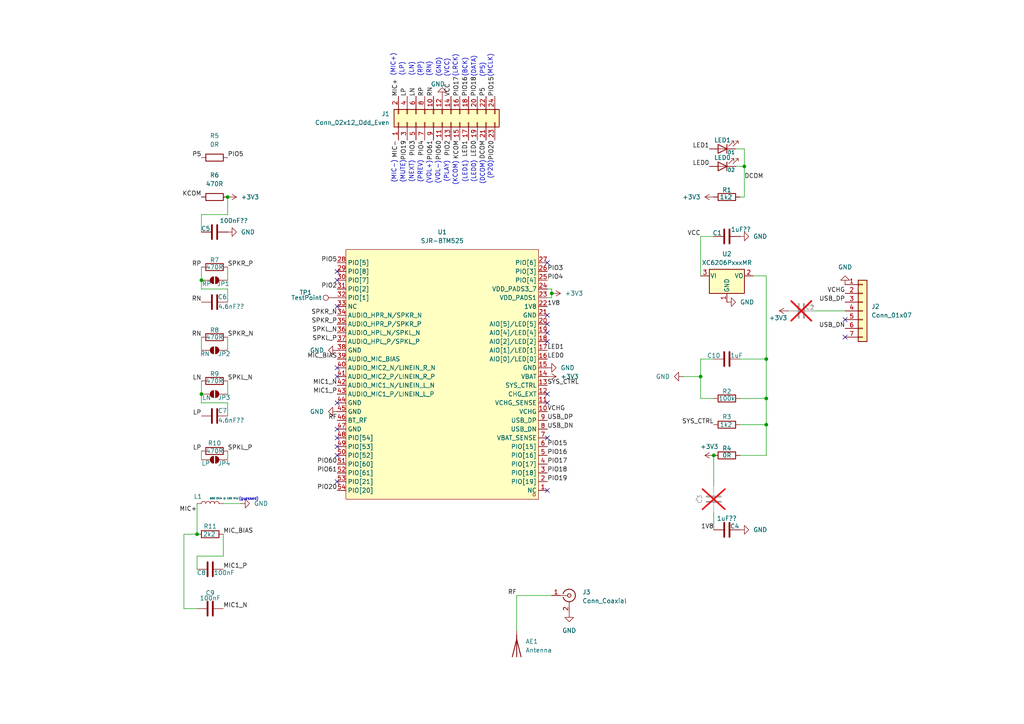
<source format=kicad_sch>
(kicad_sch (version 20250114) (generator "eeschema") (generator_version "9.0")
  (paper "A4")
  (lib_symbols
    (symbol "Connector:Conn_Coaxial" (pin_names (offset 1.016) (hide yes))
      (property "Reference" "J" (at 0.254 3.048 0))
      (property "Value" "Conn_Coaxial" (at 2.921 0 90))
      (symbol "Conn_Coaxial_0_1"
        (polyline (pts (xy -2.54 0) (xy -0.508 0)))
        (arc (start 1.778 0) (mid 0.222 -1.8079) (end -1.778 -0.508) (stroke (width 0.254)))
        (arc (start -1.778 0.508) (mid 0.2221 1.8084) (end 1.778 0) (stroke (width 0.254)))
        (circle (center 0 0) (radius 0.508) (stroke (width 0.2032)))
        (polyline (pts (xy 0 -2.54) (xy 0 -1.778)))
      )
      (symbol "Conn_Coaxial_1_1"
        (pin passive line (at -5.08 0 0) (length 2.54) (name "In") (number "1"))
        (pin passive line (at 0 -5.08 90) (length 2.54) (name "Ext") (number "2"))
      )
    )
    (symbol "Connector:TestPoint" (pin_numbers (hide yes)) (pin_names (offset 0.762) (hide yes))
      (property "Reference" "TP" (at 0 6.858 0))
      (property "Value" "TestPoint" (at 0 5.08 0))
      (symbol "TestPoint_0_1"
        (circle (center 0 3.302) (radius 0.762))
      )
      (symbol "TestPoint_1_1"
        (pin passive line (at 0 0 90) (length 2.54) (name "1") (number "1"))
      )
    )
    (symbol "Connector_Generic:Conn_01x07" (pin_names (offset 1.016) (hide yes))
      (property "Reference" "J" (at 0 10.16 0))
      (property "Value" "Conn_01x07" (at 0 -10.16 0))
      (symbol "Conn_01x07_1_1"
        (rectangle (start -1.27 8.89) (end 1.27 -8.89) (stroke (width 0.254)) (fill (type background)))
        (rectangle (start -1.27 7.747) (end 0 7.493) (stroke (width 0.1524)))
        (rectangle (start -1.27 5.207) (end 0 4.953) (stroke (width 0.1524)))
        (rectangle (start -1.27 2.667) (end 0 2.413) (stroke (width 0.1524)))
        (rectangle (start -1.27 0.127) (end 0 -0.127) (stroke (width 0.1524)))
        (rectangle (start -1.27 -2.413) (end 0 -2.667) (stroke (width 0.1524)))
        (rectangle (start -1.27 -4.953) (end 0 -5.207) (stroke (width 0.1524)))
        (rectangle (start -1.27 -7.493) (end 0 -7.747) (stroke (width 0.1524)))
        (pin passive line (at -5.08 7.62 0) (length 3.81) (name "Pin_1") (number "1"))
        (pin passive line (at -5.08 5.08 0) (length 3.81) (name "Pin_2") (number "2"))
        (pin passive line (at -5.08 2.54 0) (length 3.81) (name "Pin_3") (number "3"))
        (pin passive line (at -5.08 0 0) (length 3.81) (name "Pin_4") (number "4"))
        (pin passive line (at -5.08 -2.54 0) (length 3.81) (name "Pin_5") (number "5"))
        (pin passive line (at -5.08 -5.08 0) (length 3.81) (name "Pin_6") (number "6"))
        (pin passive line (at -5.08 -7.62 0) (length 3.81) (name "Pin_7") (number "7"))
      )
    )
    (symbol "Connector_Generic:Conn_02x12_Odd_Even" (pin_names (offset 1.016) (hide yes))
      (property "Reference" "J" (at 1.27 15.24 0))
      (property "Value" "Conn_02x12_Odd_Even" (at 1.27 -17.78 0))
      (symbol "Conn_02x12_Odd_Even_1_1"
        (rectangle (start -1.27 13.97) (end 3.81 -16.51) (stroke (width 0.254)) (fill (type background)))
        (rectangle (start -1.27 12.827) (end 0 12.573) (stroke (width 0.1524)))
        (rectangle (start -1.27 10.287) (end 0 10.033) (stroke (width 0.1524)))
        (rectangle (start -1.27 7.747) (end 0 7.493) (stroke (width 0.1524)))
        (rectangle (start -1.27 5.207) (end 0 4.953) (stroke (width 0.1524)))
        (rectangle (start -1.27 2.667) (end 0 2.413) (stroke (width 0.1524)))
        (rectangle (start -1.27 0.127) (end 0 -0.127) (stroke (width 0.1524)))
        (rectangle (start -1.27 -2.413) (end 0 -2.667) (stroke (width 0.1524)))
        (rectangle (start -1.27 -4.953) (end 0 -5.207) (stroke (width 0.1524)))
        (rectangle (start -1.27 -7.493) (end 0 -7.747) (stroke (width 0.1524)))
        (rectangle (start -1.27 -10.033) (end 0 -10.287) (stroke (width 0.1524)))
        (rectangle (start -1.27 -12.573) (end 0 -12.827) (stroke (width 0.1524)))
        (rectangle (start -1.27 -15.113) (end 0 -15.367) (stroke (width 0.1524)))
        (rectangle (start 3.81 12.827) (end 2.54 12.573) (stroke (width 0.1524)))
        (rectangle (start 3.81 10.287) (end 2.54 10.033) (stroke (width 0.1524)))
        (rectangle (start 3.81 7.747) (end 2.54 7.493) (stroke (width 0.1524)))
        (rectangle (start 3.81 5.207) (end 2.54 4.953) (stroke (width 0.1524)))
        (rectangle (start 3.81 2.667) (end 2.54 2.413) (stroke (width 0.1524)))
        (rectangle (start 3.81 0.127) (end 2.54 -0.127) (stroke (width 0.1524)))
        (rectangle (start 3.81 -2.413) (end 2.54 -2.667) (stroke (width 0.1524)))
        (rectangle (start 3.81 -4.953) (end 2.54 -5.207) (stroke (width 0.1524)))
        (rectangle (start 3.81 -7.493) (end 2.54 -7.747) (stroke (width 0.1524)))
        (rectangle (start 3.81 -10.033) (end 2.54 -10.287) (stroke (width 0.1524)))
        (rectangle (start 3.81 -12.573) (end 2.54 -12.827) (stroke (width 0.1524)))
        (rectangle (start 3.81 -15.113) (end 2.54 -15.367) (stroke (width 0.1524)))
        (pin passive line (at -5.08 12.7 0) (length 3.81) (name "Pin_1") (number "1"))
        (pin passive line (at -5.08 10.16 0) (length 3.81) (name "Pin_3") (number "3"))
        (pin passive line (at -5.08 7.62 0) (length 3.81) (name "Pin_5") (number "5"))
        (pin passive line (at -5.08 5.08 0) (length 3.81) (name "Pin_7") (number "7"))
        (pin passive line (at -5.08 2.54 0) (length 3.81) (name "Pin_9") (number "9"))
        (pin passive line (at -5.08 0 0) (length 3.81) (name "Pin_11") (number "11"))
        (pin passive line (at -5.08 -2.54 0) (length 3.81) (name "Pin_13") (number "13"))
        (pin passive line (at -5.08 -5.08 0) (length 3.81) (name "Pin_15") (number "15"))
        (pin passive line (at -5.08 -7.62 0) (length 3.81) (name "Pin_17") (number "17"))
        (pin passive line (at -5.08 -10.16 0) (length 3.81) (name "Pin_19") (number "19"))
        (pin passive line (at -5.08 -12.7 0) (length 3.81) (name "Pin_21") (number "21"))
        (pin passive line (at -5.08 -15.24 0) (length 3.81) (name "Pin_23") (number "23"))
        (pin passive line (at 7.62 12.7 180) (length 3.81) (name "Pin_2") (number "2"))
        (pin passive line (at 7.62 10.16 180) (length 3.81) (name "Pin_4") (number "4"))
        (pin passive line (at 7.62 7.62 180) (length 3.81) (name "Pin_6") (number "6"))
        (pin passive line (at 7.62 5.08 180) (length 3.81) (name "Pin_8") (number "8"))
        (pin passive line (at 7.62 2.54 180) (length 3.81) (name "Pin_10") (number "10"))
        (pin passive line (at 7.62 0 180) (length 3.81) (name "Pin_12") (number "12"))
        (pin passive line (at 7.62 -2.54 180) (length 3.81) (name "Pin_14") (number "14"))
        (pin passive line (at 7.62 -5.08 180) (length 3.81) (name "Pin_16") (number "16"))
        (pin passive line (at 7.62 -7.62 180) (length 3.81) (name "Pin_18") (number "18"))
        (pin passive line (at 7.62 -10.16 180) (length 3.81) (name "Pin_20") (number "20"))
        (pin passive line (at 7.62 -12.7 180) (length 3.81) (name "Pin_22") (number "22"))
        (pin passive line (at 7.62 -15.24 180) (length 3.81) (name "Pin_24") (number "24"))
      )
    )
    (symbol "Device:Antenna" (pin_numbers (hide yes)) (pin_names (offset 1.016) (hide yes))
      (property "Reference" "AE" (at -1.905 1.905 0))
      (property "Value" "Antenna" (at -1.905 0 0))
      (symbol "Antenna_0_1"
        (polyline (pts (xy 0 2.54) (xy 0 -3.81)) (stroke (width 0.254)))
        (polyline (pts (xy 1.27 2.54) (xy 0 -2.54) (xy -1.27 2.54)) (stroke (width 0.254)))
      )
      (symbol "Antenna_1_1"
        (pin input line (at 0 -5.08 90) (length 2.54) (name "A") (number "1"))
      )
    )
    (symbol "Device:C" (pin_numbers (hide yes)) (pin_names (offset 0.254))
      (property "Reference" "C" (at 0.635 2.54 0))
      (property "Value" "C" (at 0.635 -2.54 0))
      (symbol "C_0_1"
        (polyline (pts (xy -2.032 0.762) (xy 2.032 0.762)) (stroke (width 0.508)))
        (polyline (pts (xy -2.032 -0.762) (xy 2.032 -0.762)) (stroke (width 0.508)))
      )
      (symbol "C_1_1"
        (pin passive line (at 0 3.81 270) (length 2.794) (name "~") (number "1"))
        (pin passive line (at 0 -3.81 90) (length 2.794) (name "~") (number "2"))
      )
    )
    (symbol "Device:L" (pin_numbers (hide yes)) (pin_names (offset 1.016) (hide yes))
      (property "Reference" "L" (at -1.27 0 90))
      (property "Value" "L" (at 1.905 0 90))
      (symbol "L_0_1"
        (arc (start 0 2.54) (mid 0.6323 1.905) (end 0 1.27))
        (arc (start 0 1.27) (mid 0.6323 0.635) (end 0 0))
        (arc (start 0 0) (mid 0.6323 -0.635) (end 0 -1.27))
        (arc (start 0 -1.27) (mid 0.6323 -1.905) (end 0 -2.54))
      )
      (symbol "L_1_1"
        (pin passive line (at 0 3.81 270) (length 1.27) (name "1") (number "1"))
        (pin passive line (at 0 -3.81 90) (length 1.27) (name "2") (number "2"))
      )
    )
    (symbol "Device:LED" (pin_numbers (hide yes)) (pin_names (offset 1.016) (hide yes))
      (property "Reference" "D" (at 0 2.54 0))
      (property "Value" "LED" (at 0 -2.54 0))
      (symbol "LED_0_1"
        (polyline (pts (xy -3.048 -0.762) (xy -4.572 -2.286) (xy -3.81 -2.286) (xy -4.572 -2.286) (xy -4.572 -1.524)))
        (polyline (pts (xy -1.778 -0.762) (xy -3.302 -2.286) (xy -2.54 -2.286) (xy -3.302 -2.286) (xy -3.302 -1.524)))
        (polyline (pts (xy -1.27 0) (xy 1.27 0)))
        (polyline (pts (xy -1.27 -1.27) (xy -1.27 1.27)) (stroke (width 0.254)))
        (polyline (pts (xy 1.27 -1.27) (xy 1.27 1.27) (xy -1.27 0) (xy 1.27 -1.27)) (stroke (width 0.254)))
      )
      (symbol "LED_1_1"
        (pin passive line (at -3.81 0 0) (length 2.54) (name "K") (number "1"))
        (pin passive line (at 3.81 0 180) (length 2.54) (name "A") (number "2"))
      )
    )
    (symbol "Device:R" (pin_numbers (hide yes)) (pin_names (offset 0))
      (property "Reference" "R" (at 2.032 0 90))
      (property "Value" "R" (at 0 0 90))
      (symbol "R_0_1"
        (rectangle (start -1.016 -2.54) (end 1.016 2.54) (stroke (width 0.254)))
      )
      (symbol "R_1_1"
        (pin passive line (at 0 3.81 270) (length 1.27) (name "~") (number "1"))
        (pin passive line (at 0 -3.81 90) (length 1.27) (name "~") (number "2"))
      )
    )
    (symbol "Jumper:SolderJumper_2_Open" (pin_numbers (hide yes)) (pin_names (offset 0) (hide yes)) (in_bom no)
      (property "Reference" "JP" (at 0 2.032 0))
      (property "Value" "SolderJumper_2_Open" (at 0 -2.54 0))
      (symbol "SolderJumper_2_Open_0_1"
        (polyline (pts (xy -0.254 1.016) (xy -0.254 -1.016)))
        (arc (start -0.254 -1.016) (mid -1.2656 0) (end -0.254 1.016))
        (arc (start -0.254 -1.016) (mid -1.2656 0) (end -0.254 1.016) (fill (type outline)))
        (arc (start 0.254 1.016) (mid 1.2656 0) (end 0.254 -1.016))
        (arc (start 0.254 1.016) (mid 1.2656 0) (end 0.254 -1.016) (fill (type outline)))
        (polyline (pts (xy 0.254 1.016) (xy 0.254 -1.016)))
      )
      (symbol "SolderJumper_2_Open_1_1"
        (pin passive line (at -3.81 0 0) (length 2.54) (name "A") (number "1"))
        (pin passive line (at 3.81 0 180) (length 2.54) (name "B") (number "2"))
      )
    )
    (symbol "Regulator_Linear:XC6206PxxxMR" (pin_names (offset 0.254))
      (property "Reference" "U" (at -3.81 3.175 0))
      (property "Value" "XC6206PxxxMR" (at 0 3.175 0))
      (symbol "XC6206PxxxMR_0_1"
        (rectangle (start -5.08 1.905) (end 5.08 -5.08) (stroke (width 0.254)) (fill (type background)))
      )
      (symbol "XC6206PxxxMR_1_1"
        (pin power_in line (at -7.62 0 0) (length 2.54) (name "VI") (number "3"))
        (pin power_in line (at 0 -7.62 90) (length 2.54) (name "GND") (number "1"))
        (pin power_out line (at 7.62 0 180) (length 2.54) (name "VO") (number "2"))
      )
    )
    (symbol "easyeda2kicad:SJR-BTM525"
      (property "Reference" "U" (at 0 39.37 0))
      (property "Value" "SJR-BTM525" (at 0 -36.83 0))
      (symbol "SJR-BTM525_0_1"
        (rectangle (start -27.94 36.83) (end 27.94 -35.56) (fill (type background)))
        (circle (center -26.67 35.56) (radius 0.38))
        (pin unspecified line (at -30.48 34.29 0) (length 2.54) (name "NC") (number "1"))
        (pin unspecified line (at -30.48 31.75 0) (length 2.54) (name "PIO[19]") (number "2"))
        (pin unspecified line (at -30.48 29.21 0) (length 2.54) (name "PIO[18]") (number "3"))
        (pin unspecified line (at -30.48 26.67 0) (length 2.54) (name "PIO[17]") (number "4"))
        (pin unspecified line (at -30.48 24.13 0) (length 2.54) (name "PIO[16]") (number "5"))
        (pin unspecified line (at -30.48 21.59 0) (length 2.54) (name "PIO[15]") (number "6"))
        (pin unspecified line (at -30.48 19.05 0) (length 2.54) (name "VBAT_SENSE") (number "7"))
        (pin unspecified line (at -30.48 16.51 0) (length 2.54) (name "USB_DN") (number "8"))
        (pin unspecified line (at -30.48 13.97 0) (length 2.54) (name "USB_DP") (number "9"))
        (pin unspecified line (at -30.48 11.43 0) (length 2.54) (name "VCHG") (number "10"))
        (pin unspecified line (at -30.48 8.89 0) (length 2.54) (name "VCHG_SENSE") (number "11"))
        (pin unspecified line (at -30.48 6.35 0) (length 2.54) (name "CHG_EXT") (number "12"))
        (pin unspecified line (at -30.48 3.81 0) (length 2.54) (name "SYS_CTRL") (number "13"))
        (pin unspecified line (at -30.48 1.27 0) (length 2.54) (name "VBAT") (number "14"))
        (pin unspecified line (at -30.48 -1.27 0) (length 2.54) (name "GND") (number "15"))
        (pin unspecified line (at -30.48 -3.81 0) (length 2.54) (name "AIO[0]/LED[0]") (number "16"))
        (pin unspecified line (at -30.48 -6.35 0) (length 2.54) (name "AIO[1]/LED[1]") (number "17"))
        (pin unspecified line (at -30.48 -8.89 0) (length 2.54) (name "AIO[2]/LED[2]") (number "18"))
        (pin unspecified line (at -30.48 -11.43 0) (length 2.54) (name "AIO[4]/LED[4]") (number "19"))
        (pin unspecified line (at -30.48 -13.97 0) (length 2.54) (name "AIO[5]/LED[5]") (number "20"))
        (pin unspecified line (at -30.48 -16.51 0) (length 2.54) (name "GND") (number "21"))
        (pin unspecified line (at -30.48 -19.05 0) (length 2.54) (name "1V8") (number "22"))
        (pin unspecified line (at -30.48 -21.59 0) (length 2.54) (name "VDD_PADS1") (number "23"))
        (pin unspecified line (at -30.48 -24.13 0) (length 2.54) (name "VDD_PADS3_7") (number "24"))
        (pin unspecified line (at -30.48 -26.67 0) (length 2.54) (name "PIO[4]") (number "25"))
        (pin unspecified line (at -30.48 -29.21 0) (length 2.54) (name "PIO[3]") (number "26"))
        (pin unspecified line (at -30.48 -31.75 0) (length 2.54) (name "PIO[6]") (number "27"))
        (pin unspecified line (at 30.48 34.29 180) (length 2.54) (name "PIO[20]") (number "54"))
        (pin unspecified line (at 30.48 31.75 180) (length 2.54) (name "PIO[21]") (number "53"))
        (pin unspecified line (at 30.48 29.21 180) (length 2.54) (name "PIO[61]") (number "52"))
        (pin unspecified line (at 30.48 26.67 180) (length 2.54) (name "PIO[60]") (number "51"))
        (pin unspecified line (at 30.48 24.13 180) (length 2.54) (name "PIO[52]") (number "50"))
        (pin unspecified line (at 30.48 21.59 180) (length 2.54) (name "PIO[53]") (number "49"))
        (pin unspecified line (at 30.48 19.05 180) (length 2.54) (name "PIO[54]") (number "48"))
        (pin unspecified line (at 30.48 16.51 180) (length 2.54) (name "GND") (number "47"))
        (pin unspecified line (at 30.48 13.97 180) (length 2.54) (name "BT_RF") (number "46"))
        (pin unspecified line (at 30.48 11.43 180) (length 2.54) (name "GND") (number "45"))
        (pin unspecified line (at 30.48 8.89 180) (length 2.54) (name "GND") (number "44"))
        (pin unspecified line (at 30.48 6.35 180) (length 2.54) (name "AUDIO_MIC1_P/LINEIN_L_P") (number "43"))
        (pin unspecified line (at 30.48 3.81 180) (length 2.54) (name "AUDIO_MIC1_N/LINEIN_L_N") (number "42"))
        (pin unspecified line (at 30.48 1.27 180) (length 2.54) (name "AUDIO_MIC2_P/LINEIN_R_P") (number "41"))
        (pin unspecified line (at 30.48 -1.27 180) (length 2.54) (name "AUDIO_MIC2_N/LINEIN_R_N") (number "40"))
        (pin unspecified line (at 30.48 -3.81 180) (length 2.54) (name "AUDIO_MIC_BIAS") (number "39"))
        (pin unspecified line (at 30.48 -6.35 180) (length 2.54) (name "GND") (number "38"))
        (pin unspecified line (at 30.48 -8.89 180) (length 2.54) (name "AUDIO_HPL_P/SPKL_P") (number "37"))
        (pin unspecified line (at 30.48 -11.43 180) (length 2.54) (name "AUDIO_HPL_N/SPKL_N") (number "36"))
        (pin unspecified line (at 30.48 -13.97 180) (length 2.54) (name "AUDIO_HPR_P/SPKR_P") (number "35"))
        (pin unspecified line (at 30.48 -16.51 180) (length 2.54) (name "AUDIO_HPR_N/SPKR_N") (number "34"))
        (pin unspecified line (at 30.48 -19.05 180) (length 2.54) (name "NC") (number "33"))
        (pin unspecified line (at 30.48 -21.59 180) (length 2.54) (name "PIO[1]") (number "32"))
        (pin unspecified line (at 30.48 -24.13 180) (length 2.54) (name "PIO[2]") (number "31"))
        (pin unspecified line (at 30.48 -26.67 180) (length 2.54) (name "PIO[7]") (number "30"))
        (pin unspecified line (at 30.48 -29.21 180) (length 2.54) (name "PIO[8]") (number "29"))
        (pin unspecified line (at 30.48 -31.75 180) (length 2.54) (name "PIO[5]") (number "28"))
      )
    )
    (symbol "power:+3V3" (power) (pin_numbers (hide yes)) (pin_names (offset 0) (hide yes))
      (property "Value" "+3V3" (at 0 3.556 0))
      (symbol "+3V3_0_1"
        (polyline (pts (xy -0.762 1.27) (xy 0 2.54)))
        (polyline (pts (xy 0 2.54) (xy 0.762 1.27)))
        (polyline (pts (xy 0 0) (xy 0 2.54)))
      )
      (symbol "+3V3_1_1"
        (pin power_in line (at 0 0 90) (length 0) (name "~") (number "1"))
      )
    )
    (symbol "power:GND" (power) (pin_numbers (hide yes)) (pin_names (offset 0) (hide yes))
      (property "Value" "GND" (at 0 -3.81 0))
      (symbol "GND_0_1"
        (polyline (pts (xy 0 0) (xy 0 -1.27) (xy 1.27 -1.27) (xy 0 -2.54) (xy -1.27 -1.27) (xy 0 -1.27)))
      )
      (symbol "GND_1_1"
        (pin power_in line (at 0 0 270) (length 0) (name "~") (number "1"))
      )
    )
  )
  (text "(VCC)" (at 129.6368 19.7139 90) (effects (font (size 1.27 1.27))))
  (text "(LED0)" (at 137.414 49.784 90) (effects (font (size 1.27 1.27))))
  (text "(guessed)" (at 72.136 144.78 0) (effects (font (size 0.762 0.762))))
  (text "(LP)" (at 116.586 20.066 90) (effects (font (size 1.27 1.27))))
  (text "(MIC-)" (at 114.3 49.784 90) (effects (font (size 1.27 1.27))))
  (text "(VOL+)" (at 124.46 50.038 90) (effects (font (size 1.27 1.27))))
  (text "(DATA)" (at 137.414 19.304 90) (effects (font (size 1.27 1.27))))
  (text "(LED1)" (at 134.874 49.784 90) (effects (font (size 1.27 1.27))))
  (text "(PREV)" (at 121.92 49.784 90) (effects (font (size 1.27 1.27))))
  (text "(LRCK)" (at 132.08 19.05 90) (effects (font (size 1.27 1.27))))
  (text "(KCOM)" (at 132.08 50.292 90) (effects (font (size 1.27 1.27))))
  (text "(RN)" (at 124.46 20.066 90) (effects (font (size 1.27 1.27))))
  (text "(P20)" (at 142.24 49.276 90) (effects (font (size 1.27 1.27))))
  (text "(DCOM)" (at 139.954 50.038 90) (effects (font (size 1.27 1.27))))
  (text "(GND)" (at 127.254 19.558 90) (effects (font (size 1.27 1.27))))
  (text "(RP)" (at 121.92 20.066 90) (effects (font (size 1.27 1.27))))
  (text "(VOL-)" (at 127 50.038 90) (effects (font (size 1.27 1.27))))
  (text "(PLAY)" (at 129.54 49.784 90) (effects (font (size 1.27 1.27))))
  (text "(P5)" (at 139.954 20.32 90) (effects (font (size 1.27 1.27))))
  (text "(MCLK)" (at 142.24 19.05 90) (effects (font (size 1.27 1.27))))
  (text "(MUTE)" (at 116.84 49.784 90) (effects (font (size 1.27 1.27))))
  (text "(BCK)" (at 134.874 19.558 90) (effects (font (size 1.27 1.27))))
  (text "(LN)" (at 119.38 20.066 90) (effects (font (size 1.27 1.27))))
  (text "(NEXT)" (at 119.38 49.784 90) (effects (font (size 1.27 1.27))))
  (text "(MIC+)" (at 114.046 18.796 90) (effects (font (size 1.27 1.27))))
  (junction (at 222.25 115.57))
  (junction (at 57.15 154.94))
  (junction (at 215.9 48.26))
  (junction (at 66.04 57.15))
  (junction (at 222.25 123.19))
  (junction (at 58.42 81.28))
  (junction (at 203.2 109.22))
  (junction (at 222.25 104.14))
  (junction (at 207.01 132.08))
  (junction (at 58.42 114.3))
  (junction (at 160.02 85.09))
  (no_connect (at 97.79 116.84))
  (no_connect (at 158.75 91.44))
  (no_connect (at 97.79 78.74))
  (no_connect (at 158.75 116.84))
  (no_connect (at 97.79 124.46))
  (no_connect (at 158.75 142.24))
  (no_connect (at 97.79 127))
  (no_connect (at 97.79 139.7))
  (no_connect (at 158.75 114.3))
  (no_connect (at 158.75 96.52))
  (no_connect (at 97.79 109.22))
  (no_connect (at 158.75 93.98))
  (no_connect (at 97.79 132.08))
  (no_connect (at 97.79 81.28))
  (no_connect (at 97.79 129.54))
  (no_connect (at 158.75 99.06))
  (no_connect (at 245.11 92.71))
  (no_connect (at 97.79 88.9))
  (no_connect (at 97.79 106.68))
  (no_connect (at 245.11 97.79))
  (no_connect (at 158.75 76.2))
  (no_connect (at 158.75 127))
  (wire (pts (xy 58.42 116.84) (xy 58.42 114.3)))
  (wire (pts (xy 222.25 104.14) (xy 222.25 80.01)))
  (wire (pts (xy 66.04 116.84) (xy 58.42 116.84)))
  (wire (pts (xy 57.15 146.05) (xy 57.15 154.94)))
  (wire (pts (xy 158.75 86.36) (xy 160.02 86.36)))
  (wire (pts (xy 215.9 57.15) (xy 215.9 48.26)))
  (wire (pts (xy 58.42 110.49) (xy 58.42 114.3)))
  (wire (pts (xy 236.22 90.17) (xy 245.11 90.17)))
  (wire (pts (xy 215.9 43.18) (xy 213.36 43.18)))
  (wire (pts (xy 58.42 97.79) (xy 58.42 101.6)))
  (wire (pts (xy 203.2 68.58) (xy 207.01 68.58)))
  (wire (pts (xy 160.02 83.82) (xy 158.75 83.82)))
  (wire (pts (xy 222.25 123.19) (xy 222.25 115.57)))
  (wire (pts (xy 160.02 85.09) (xy 160.02 83.82)))
  (wire (pts (xy 203.2 109.22) (xy 203.2 104.14)))
  (wire (pts (xy 149.86 172.72) (xy 160.02 172.72)))
  (wire (pts (xy 66.04 97.79) (xy 66.04 101.6)))
  (wire (pts (xy 57.15 154.94) (xy 53.34 154.94)))
  (wire (pts (xy 64.77 154.94) (xy 64.77 161.29)))
  (wire (pts (xy 203.2 109.22) (xy 198.12 109.22)))
  (wire (pts (xy 58.42 62.23) (xy 66.04 62.23)))
  (wire (pts (xy 149.86 172.72) (xy 149.86 182.88)))
  (wire (pts (xy 203.2 115.57) (xy 203.2 109.22)))
  (wire (pts (xy 58.42 130.81) (xy 58.42 133.35)))
  (wire (pts (xy 58.42 81.28) (xy 58.42 83.82)))
  (wire (pts (xy 160.02 86.36) (xy 160.02 85.09)))
  (wire (pts (xy 64.77 146.05) (xy 69.85 146.05)))
  (wire (pts (xy 58.42 77.47) (xy 58.42 81.28)))
  (wire (pts (xy 66.04 120.65) (xy 66.04 116.84)))
  (wire (pts (xy 66.04 130.81) (xy 66.04 133.35)))
  (wire (pts (xy 207.01 115.57) (xy 203.2 115.57)))
  (wire (pts (xy 66.04 77.47) (xy 66.04 81.28)))
  (wire (pts (xy 66.04 83.82) (xy 66.04 87.63)))
  (wire (pts (xy 53.34 176.53) (xy 57.15 176.53)))
  (wire (pts (xy 203.2 68.58) (xy 203.2 80.01)))
  (wire (pts (xy 222.25 115.57) (xy 222.25 104.14)))
  (wire (pts (xy 53.34 154.94) (xy 53.34 176.53)))
  (wire (pts (xy 214.63 104.14) (xy 222.25 104.14)))
  (wire (pts (xy 214.63 57.15) (xy 215.9 57.15)))
  (wire (pts (xy 66.04 62.23) (xy 66.04 57.15)))
  (wire (pts (xy 58.42 67.31) (xy 58.42 62.23)))
  (wire (pts (xy 214.63 115.57) (xy 222.25 115.57)))
  (wire (pts (xy 57.15 161.29) (xy 57.15 165.1)))
  (wire (pts (xy 222.25 132.08) (xy 222.25 123.19)))
  (wire (pts (xy 214.63 123.19) (xy 222.25 123.19)))
  (wire (pts (xy 203.2 104.14) (xy 207.01 104.14)))
  (wire (pts (xy 207.01 153.67) (xy 207.01 148.59)))
  (wire (pts (xy 58.42 83.82) (xy 66.04 83.82)))
  (wire (pts (xy 66.04 110.49) (xy 66.04 114.3)))
  (wire (pts (xy 214.63 132.08) (xy 222.25 132.08)))
  (wire (pts (xy 222.25 80.01) (xy 218.44 80.01)))
  (wire (pts (xy 213.36 48.26) (xy 215.9 48.26)))
  (wire (pts (xy 215.9 48.26) (xy 215.9 43.18)))
  (wire (pts (xy 64.77 161.29) (xy 57.15 161.29)))
  (wire (pts (xy 207.01 132.08) (xy 207.01 140.97)))
  (label "SPKR_P" (at 97.79 93.98 180))
  (label "KCOM" (at 58.42 57.15 180))
  (label "SPKR_P" (at 66.04 77.47 0))
  (label "SPKL_N" (at 97.79 96.52 180))
  (label "MIC1_P" (at 97.79 114.3 180))
  (label "RN" (at 58.42 87.63 180))
  (label "LP" (at 118.11 27.94 90))
  (label "SPKL_P" (at 97.79 99.06 180))
  (label "PIO60" (at 128.27 40.64 270))
  (label "RP" (at 58.42 77.47 180))
  (label "PIO20" (at 143.51 40.64 270))
  (label "1V8" (at 158.75 88.9 0))
  (label "PIO18" (at 158.75 137.16 0))
  (label "PIO5" (at 97.79 76.2 180))
  (label "MIC_BIAS" (at 64.77 154.94 0))
  (label "PIO4" (at 123.19 40.64 270))
  (label "RN" (at 58.42 97.79 180))
  (label "PIO17" (at 158.75 134.62 0))
  (label "LED0" (at 138.43 40.64 270))
  (label "LED1" (at 158.75 101.6 0))
  (label "PIO19" (at 118.11 40.64 270))
  (label "LN" (at 120.65 27.94 90))
  (label "RP" (at 123.19 27.94 90))
  (label "SYS_CTRL" (at 207.01 123.19 180))
  (label "KCOM" (at 133.35 40.64 270))
  (label "VCHG" (at 245.11 85.09 180))
  (label "P5" (at 140.97 27.94 90))
  (label "MIC+" (at 57.15 148.59 180))
  (label "PIO61" (at 97.79 137.16 180))
  (label "DCOM" (at 215.9 52.07 0))
  (label "PIO16" (at 158.75 132.08 0))
  (label "RF" (at 149.86 172.72 180))
  (label "LN" (at 58.42 110.49 180))
  (label "LP" (at 58.42 120.65 180))
  (label "LP" (at 58.42 130.81 180))
  (label "PIO3" (at 158.75 78.74 0))
  (label "PIO3" (at 120.65 40.64 270))
  (label "PIO19" (at 158.75 139.7 0))
  (label "PIO2" (at 130.81 40.64 270))
  (label "PIO15" (at 158.75 129.54 0))
  (label "MIC1_N" (at 97.79 111.76 180))
  (label "PIO17" (at 133.35 27.94 90))
  (label "PIO16" (at 135.89 27.94 90))
  (label "DCOM" (at 140.97 40.64 270))
  (label "1V8" (at 207.01 153.67 180))
  (label "VCHG" (at 158.75 119.38 0))
  (label "LED1" (at 135.89 40.64 270))
  (label "VCC" (at 203.2 68.58 180))
  (label "RN" (at 125.73 27.94 90))
  (label "MIC1_N" (at 64.77 176.53 0))
  (label "MIC1_P" (at 64.77 165.1 0))
  (label "PIO5" (at 66.04 45.72 0))
  (label "PIO61" (at 125.73 40.64 270))
  (label "MIC-" (at 115.57 40.64 270))
  (label "SPKL_N" (at 66.04 110.49 0))
  (label "USB_DN" (at 158.75 124.46 0))
  (label "RF" (at 97.79 121.92 180))
  (label "P5" (at 58.42 45.72 180))
  (label "PIO60" (at 97.79 134.62 180))
  (label "PIO15" (at 143.51 27.94 90))
  (label "USB_DP" (at 158.75 121.92 0))
  (label "SPKR_N" (at 66.04 97.79 0))
  (label "SPKL_P" (at 66.04 130.81 0))
  (label "PIO2" (at 97.79 83.82 180))
  (label "LED0" (at 205.74 48.26 180))
  (label "PIO4" (at 158.75 81.28 0))
  (label "USB_DP" (at 245.11 87.63 180))
  (label "USB_DN" (at 245.11 95.25 180))
  (label "LED1" (at 205.74 43.18 180))
  (label "MIC+" (at 115.57 27.94 90))
  (label "MIC_BIAS" (at 97.79 104.14 180))
  (label "SPKR_N" (at 97.79 91.44 180))
  (label "SYS_CTRL" (at 158.75 111.76 0))
  (label "PIO18" (at 138.43 27.94 90))
  (label "PIO20" (at 97.79 142.24 180))
  (label "LED0" (at 158.75 104.14 0))
  (label "VCC" (at 130.81 27.94 90))
  (symbol (lib_id "power:GND") (at 66.04 67.31 90) (unit 1)
    (property "Reference" "#PWR018" (effects (hide yes)))
    (property "Value" "GND" (at 69.85 67.3099 90) (effects (justify right)))
    (property "Description" "Power symbol creates a global label with name \"GND\" , ground" (effects (hide yes)))
  )
  (symbol (lib_id "power:GND") (at 158.75 106.68 90) (unit 1)
    (property "Reference" "#PWR08" (effects (hide yes)))
    (property "Value" "GND" (at 162.56 106.6799 90) (effects (justify right)))
    (property "Description" "Power symbol creates a global label with name \"GND\" , ground" (effects (hide yes)))
  )
  (symbol (lib_id "power:GND") (at 214.63 68.58 90) (unit 1)
    (property "Reference" "#PWR019" (effects (hide yes)))
    (property "Value" "GND" (at 218.44 68.5799 90) (effects (justify right)))
    (property "Description" "Power symbol creates a global label with name \"GND\" , ground" (effects (hide yes)))
  )
  (symbol (lib_id "power:+3V3") (at 66.04 57.15 270) (unit 1)
    (property "Reference" "#PWR017" (effects (hide yes)))
    (property "Value" "+3V3" (at 69.85 57.1499 90) (effects (justify left)))
    (property "Description" "Power symbol creates a global label with name \"+3V3\"" (effects (hide yes)))
  )
  (symbol (lib_id "power:+3V3") (at 158.75 109.22 270) (unit 1)
    (property "Reference" "#PWR02" (effects (hide yes)))
    (property "Value" "+3V3" (at 162.56 109.2199 90) (effects (justify left)))
    (property "Description" "Power symbol creates a global label with name \"+3V3\"" (effects (hide yes)))
  )
  (symbol (lib_id "Device:C") (at 210.82 104.14 90) (unit 1)
    (property "Reference" "C10" (at 207.01 103.124 90))
    (property "Value" "1uF" (at 213.614 103.124 90))
    (property "Footprint" "Capacitor_SMD:C_0603_1608Metric" (effects (hide yes)))
    (property "Description" "Unpolarized capacitor" (effects (hide yes)))
  )
  (symbol (lib_id "Connector_Generic:Conn_02x12_Odd_Even") (at 128.27 35.56 90) (unit 1)
    (property "Reference" "J1" (at 113.03 33.0199 90) (effects (justify left)))
    (property "Value" "Conn_02x12_Odd_Even" (at 113.03 35.5599 90) (effects (justify left)))
    (property "Footprint" "Connector_PinHeader_2.54mm:PinHeader_2x12_P2.54mm_Vertical" (effects (hide yes)))
    (property "Description" "Generic connector, double row, 02x12, odd/even pin numbering scheme (row 1 odd numbers, row 2 even numbers), script generated (kicad-library-utils/schlib/autogen/connector/)" (effects (hide yes)))
  )
  (symbol (lib_id "Device:C") (at 62.23 120.65 90) (unit 1)
    (property "Reference" "C7" (at 64.516 119.126 90))
    (property "Value" "4.6nF??" (at 67.056 121.92 90))
    (property "Description" "Unpolarized capacitor" (effects (hide yes)))
  )
  (symbol (lib_id "Device:R") (at 62.23 77.47 90) (unit 1)
    (property "Reference" "R7" (at 62.23 75.438 90))
    (property "Value" "470R" (at 62.23 77.47 90))
    (property "Footprint" "Resistor_SMD:R_0603_1608Metric" (effects (hide yes)))
    (property "Description" "Resistor" (effects (hide yes)))
  )
  (symbol (lib_id "Device:R") (at 210.82 132.08 90) (unit 1)
    (property "Reference" "R4" (at 210.82 130.048 90))
    (property "Value" "0R" (at 210.82 132.08 90))
    (property "Footprint" "Resistor_SMD:R_0603_1608Metric" (effects (hide yes)))
    (property "Description" "Resistor" (effects (hide yes)))
  )
  (symbol (lib_id "power:+3V3") (at 207.01 57.15 90) (unit 1)
    (property "Reference" "#PWR09" (effects (hide yes)))
    (property "Value" "+3V3" (at 203.2 57.1499 90) (effects (justify left)))
    (property "Description" "Power symbol creates a global label with name \"+3V3\"" (effects (hide yes)))
  )
  (symbol (lib_id "Connector_Generic:Conn_01x07") (at 250.19 90.17 0) (unit 1)
    (property "Reference" "J2" (at 252.73 88.8999 0) (effects (justify left)))
    (property "Value" "Conn_01x07" (at 252.73 91.4399 0) (effects (justify left)))
    (property "Description" "Generic connector, single row, 01x07, script generated (kicad-library-utils/schlib/autogen/connector/)" (effects (hide yes)))
  )
  (symbol (lib_id "Jumper:SolderJumper_2_Open") (at 62.23 133.35 0) (unit 1) (in_bom no)
    (property "Reference" "JP4" (at 65.024 134.366 0))
    (property "Value" "LP" (at 59.69 134.366 0))
    (property "Footprint" "Jumper:SolderJumper-2_P1.3mm_Open_RoundedPad1.0x1.5mm" (effects (hide yes)))
    (property "Description" "Solder Jumper, 2-pole, open" (effects (hide yes)))
  )
  (symbol (lib_id "power:+3V3") (at 207.01 132.08 90) (unit 1)
    (property "Reference" "#PWR022" (effects (hide yes)))
    (property "Value" "+3V3" (at 205.74 129.54 90))
    (property "Description" "Power symbol creates a global label with name \"+3V3\"" (effects (hide yes)))
  )
  (symbol (lib_id "Device:C") (at 232.41 90.17 90) (unit 1) (dnp yes)
    (property "Reference" "C2" (at 234.95 89.154 90))
    (property "Value" "~" (at 235.458 88.646 90))
    (property "Footprint" "Capacitor_SMD:C_0603_1608Metric" (effects (hide yes)))
    (property "Description" "Unpolarized capacitor" (effects (hide yes)))
  )
  (symbol (lib_id "Device:C") (at 60.96 165.1 90) (unit 1)
    (property "Reference" "C8" (at 58.42 166.116 90))
    (property "Value" "100nF" (at 65.024 166.116 90))
    (property "Description" "Unpolarized capacitor" (effects (hide yes)))
  )
  (symbol (lib_id "Device:R") (at 60.96 154.94 90) (unit 1)
    (property "Reference" "R11" (at 60.96 152.654 90))
    (property "Value" "2k2" (at 60.706 154.94 90))
    (property "Footprint" "Resistor_SMD:R_0603_1608Metric" (effects (hide yes)))
    (property "Description" "Resistor" (effects (hide yes)))
  )
  (symbol (lib_id "Jumper:SolderJumper_2_Open") (at 62.23 114.3 0) (unit 1) (in_bom no)
    (property "Reference" "JP3" (at 65.024 115.316 0))
    (property "Value" "LN" (at 59.944 115.316 0))
    (property "Footprint" "Jumper:SolderJumper-2_P1.3mm_Open_RoundedPad1.0x1.5mm" (effects (hide yes)))
    (property "Description" "Solder Jumper, 2-pole, open" (effects (hide yes)))
  )
  (symbol (lib_id "power:GND") (at 214.63 153.67 90) (unit 1)
    (property "Reference" "#PWR011" (effects (hide yes)))
    (property "Value" "GND" (at 218.44 153.6699 90) (effects (justify right)))
    (property "Description" "Power symbol creates a global label with name \"GND\" , ground" (effects (hide yes)))
  )
  (symbol (lib_id "power:GND") (at 245.11 82.55 180) (unit 1)
    (property "Reference" "#PWR021" (effects (hide yes)))
    (property "Value" "GND" (at 245.11 77.47 0))
    (property "Description" "Power symbol creates a global label with name \"GND\" , ground" (effects (hide yes)))
  )
  (symbol (lib_id "power:GND") (at 210.82 87.63 90) (unit 1)
    (property "Reference" "#PWR020" (effects (hide yes)))
    (property "Value" "GND" (at 214.63 87.6299 90) (effects (justify right)))
    (property "Description" "Power symbol creates a global label with name \"GND\" , ground" (effects (hide yes)))
  )
  (symbol (lib_id "Device:LED") (at 209.55 48.26 180) (unit 1)
    (property "Reference" "D2" (at 212.09 49.276 0) (effects (font (size 1.016 1.016))))
    (property "Value" "LED0" (at 209.55 45.72 0))
    (property "Footprint" "LED_SMD:LED_0603_1608Metric" (effects (hide yes)))
    (property "Description" "Light emitting diode" (effects (hide yes)))
    (property "Sim.Pins" "1=K 2=A" (effects (hide yes)))
  )
  (symbol (lib_id "Device:C") (at 210.82 153.67 90) (unit 1)
    (property "Reference" "C4" (at 213.106 152.654 90))
    (property "Value" "1uF??" (at 210.82 150.368 90))
    (property "Footprint" "Capacitor_SMD:C_0603_1608Metric" (effects (hide yes)))
    (property "Description" "Unpolarized capacitor" (effects (hide yes)))
  )
  (symbol (lib_id "power:GND") (at 97.79 119.38 270) (unit 1)
    (property "Reference" "#PWR014" (effects (hide yes)))
    (property "Value" "GND" (at 93.98 119.3799 90) (effects (justify right)))
    (property "Description" "Power symbol creates a global label with name \"GND\" , ground" (effects (hide yes)))
  )
  (symbol (lib_id "Connector:TestPoint") (at 97.79 86.36 90) (unit 1)
    (property "Reference" "TP1" (at 88.646 84.836 90))
    (property "Value" "TestPoint" (at 88.9 86.36 90))
    (property "Footprint" "TestPoint:TestPoint_Pad_1.5x1.5mm" (effects (hide yes)))
    (property "Description" "test point" (effects (hide yes)))
  )
  (symbol (lib_id "Device:R") (at 210.82 123.19 90) (unit 1)
    (property "Reference" "R3" (at 210.82 120.904 90))
    (property "Value" "1k2" (at 210.566 123.19 90))
    (property "Footprint" "Resistor_SMD:R_0603_1608Metric" (effects (hide yes)))
    (property "Description" "Resistor" (effects (hide yes)))
  )
  (symbol (lib_id "Device:LED") (at 209.55 43.18 180) (unit 1)
    (property "Reference" "D1" (at 212.09 44.196 0) (effects (font (size 1.016 1.016))))
    (property "Value" "LED1" (at 209.55 40.64 0))
    (property "Footprint" "LED_SMD:LED_0603_1608Metric" (effects (hide yes)))
    (property "Description" "Light emitting diode" (effects (hide yes)))
    (property "Sim.Pins" "1=K 2=A" (effects (hide yes)))
  )
  (symbol (lib_id "power:GND") (at 128.27 27.94 180) (unit 1)
    (property "Reference" "#PWR013" (effects (hide yes)))
    (property "Value" "GND" (at 127 24.384 0))
    (property "Description" "Power symbol creates a global label with name \"GND\" , ground" (effects (hide yes)))
  )
  (symbol (lib_id "Jumper:SolderJumper_2_Open") (at 62.23 81.28 0) (unit 1) (in_bom no)
    (property "Reference" "JP1" (at 64.77 82.296 0))
    (property "Value" "RP" (at 59.944 82.296 0))
    (property "Footprint" "Jumper:SolderJumper-2_P1.3mm_Open_RoundedPad1.0x1.5mm" (effects (hide yes)))
    (property "Description" "Solder Jumper, 2-pole, open" (effects (hide yes)))
  )
  (symbol (lib_id "Device:C") (at 60.96 176.53 90) (unit 1)
    (property "Reference" "C9" (at 60.96 171.958 90))
    (property "Value" "100nF" (at 60.96 173.482 90))
    (property "Description" "Unpolarized capacitor" (effects (hide yes)))
  )
  (symbol (lib_id "easyeda2kicad:SJR-BTM525") (at 128.27 107.95 180) (unit 1)
    (property "Reference" "U1" (at 128.27 67.31 0))
    (property "Value" "SJR-BTM525" (at 128.27 69.85 0))
    (property "Footprint" "easyeda2kicad:WIRELM-SMD_SJR-BTM525" (effects (hide yes)))
    (property "LCSC Part" "C2763592" (effects (hide yes)))
  )
  (symbol (lib_id "power:+3V3") (at 228.6 90.17 90) (unit 1)
    (property "Reference" "#PWR04" (effects (hide yes)))
    (property "Value" "+3V3" (at 228.346 92.202 90) (effects (justify left)))
    (property "Description" "Power symbol creates a global label with name \"+3V3\"" (effects (hide yes)))
  )
  (symbol (lib_id "Device:R") (at 62.23 57.15 90) (unit 1)
    (property "Reference" "R6" (at 62.23 50.8 90))
    (property "Value" "470R" (at 62.23 53.34 90))
    (property "Footprint" "Resistor_SMD:R_0603_1608Metric" (effects (hide yes)))
    (property "Description" "Resistor" (effects (hide yes)))
  )
  (symbol (lib_id "Device:C") (at 207.01 144.78 180) (unit 1) (dnp yes)
    (property "Reference" "C3" (at 202.946 144.78 90))
    (property "Value" "~" (at 201.93 144.78 90))
    (property "Footprint" "Capacitor_SMD:C_0603_1608Metric" (effects (hide yes)))
    (property "Description" "Unpolarized capacitor" (effects (hide yes)))
  )
  (symbol (lib_id "power:+3V3") (at 160.02 85.09 270) (unit 1)
    (property "Reference" "#PWR010" (effects (hide yes)))
    (property "Value" "+3V3" (at 163.83 85.0899 90) (effects (justify left)))
    (property "Description" "Power symbol creates a global label with name \"+3V3\"" (effects (hide yes)))
  )
  (symbol (lib_id "Connector:Conn_Coaxial") (at 165.1 172.72 0) (unit 1)
    (property "Reference" "J3" (at 168.91 171.7431 0) (effects (justify left)))
    (property "Value" "Conn_Coaxial" (at 168.91 174.2831 0) (effects (justify left)))
    (property "Description" "coaxial connector (BNC, SMA, SMB, SMC, Cinch/RCA, LEMO, ...)" (effects (hide yes)))
  )
  (symbol (lib_id "Device:Antenna") (at 149.86 187.96 180) (unit 1)
    (property "Reference" "AE1" (at 152.4 186.0549 0) (effects (justify right)))
    (property "Value" "Antenna" (at 152.4 188.5949 0) (effects (justify right)))
    (property "Description" "Antenna" (effects (hide yes)))
  )
  (symbol (lib_id "Device:R") (at 62.23 45.72 90) (unit 1)
    (property "Reference" "R5" (at 62.23 39.37 90))
    (property "Value" "0R" (at 62.23 41.91 90))
    (property "Description" "Resistor" (effects (hide yes)))
  )
  (symbol (lib_id "Device:C") (at 62.23 87.63 90) (unit 1)
    (property "Reference" "C6" (at 64.516 86.106 90))
    (property "Value" "4.6nF??" (at 67.056 88.9 90))
    (property "Description" "Unpolarized capacitor" (effects (hide yes)))
  )
  (symbol (lib_id "Device:L") (at 60.96 146.05 90) (unit 1)
    (property "Reference" "L1" (at 57.404 144.018 90))
    (property "Value" "600 Ohm @ 100 MHz" (at 65.024 144.526 90) (effects (font (size 0.508 0.508))))
    (property "Description" "Inductor" (effects (hide yes)))
  )
  (symbol (lib_id "power:GND") (at 69.85 146.05 90) (unit 1)
    (property "Reference" "#PWR015" (effects (hide yes)))
    (property "Value" "GND" (at 73.66 146.0499 90) (effects (justify right)))
    (property "Description" "Power symbol creates a global label with name \"GND\" , ground" (effects (hide yes)))
  )
  (symbol (lib_id "Device:R") (at 210.82 115.57 90) (unit 1)
    (property "Reference" "R2" (at 210.82 113.538 90))
    (property "Value" "100k" (at 210.82 115.57 90))
    (property "Footprint" "Resistor_SMD:R_0603_1608Metric" (effects (hide yes)))
    (property "Description" "Resistor" (effects (hide yes)))
  )
  (symbol (lib_id "Device:R") (at 62.23 110.49 90) (unit 1)
    (property "Reference" "R9" (at 62.23 108.458 90))
    (property "Value" "470R" (at 62.23 110.49 90))
    (property "Footprint" "Resistor_SMD:R_0603_1608Metric" (effects (hide yes)))
    (property "Description" "Resistor" (effects (hide yes)))
  )
  (symbol (lib_id "Device:C") (at 210.82 68.58 90) (unit 1)
    (property "Reference" "C1" (at 208.026 67.564 90))
    (property "Value" "1uF??" (at 214.884 66.548 90))
    (property "Footprint" "Capacitor_SMD:C_0603_1608Metric" (effects (hide yes)))
    (property "Description" "Unpolarized capacitor" (effects (hide yes)))
  )
  (symbol (lib_id "power:GND") (at 165.1 177.8 0) (unit 1)
    (property "Reference" "#PWR016" (effects (hide yes)))
    (property "Value" "GND" (at 165.1 182.88 0))
    (property "Description" "Power symbol creates a global label with name \"GND\" , ground" (effects (hide yes)))
  )
  (symbol (lib_id "power:GND") (at 97.79 101.6 270) (unit 1)
    (property "Reference" "#PWR012" (effects (hide yes)))
    (property "Value" "GND" (at 93.98 101.5999 90) (effects (justify right)))
    (property "Description" "Power symbol creates a global label with name \"GND\" , ground" (effects (hide yes)))
  )
  (symbol (lib_id "Device:R") (at 62.23 130.81 90) (unit 1)
    (property "Reference" "R10" (at 62.23 128.524 90))
    (property "Value" "470R" (at 62.23 130.81 90))
    (property "Footprint" "Resistor_SMD:R_0603_1608Metric" (effects (hide yes)))
    (property "Description" "Resistor" (effects (hide yes)))
  )
  (symbol (lib_id "Regulator_Linear:XC6206PxxxMR") (at 210.82 80.01 0) (unit 1)
    (property "Reference" "U2" (at 210.82 73.66 0))
    (property "Value" "XC6206PxxxMR" (at 210.82 76.2 0))
    (property "Footprint" "Package_TO_SOT_SMD:SOT-23-3" (effects (hide yes)))
    (property "Datasheet" "https://www.torexsemi.com/file/xc6206/XC6206.pdf" (effects (hide yes)))
    (property "Description" "Positive 60-250mA Low Dropout Regulator, Fixed Output, SOT-23" (effects (hide yes)))
  )
  (symbol (lib_id "Device:R") (at 62.23 97.79 90) (unit 1)
    (property "Reference" "R8" (at 62.23 95.758 90))
    (property "Value" "470R" (at 62.23 97.79 90))
    (property "Footprint" "Resistor_SMD:R_0603_1608Metric" (effects (hide yes)))
    (property "Description" "Resistor" (effects (hide yes)))
  )
  (symbol (lib_id "Jumper:SolderJumper_2_Open") (at 62.23 101.6 0) (unit 1) (in_bom no)
    (property "Reference" "JP2" (at 65.024 102.616 0))
    (property "Value" "RN" (at 59.436 102.616 0))
    (property "Footprint" "Jumper:SolderJumper-2_P1.3mm_Open_RoundedPad1.0x1.5mm" (effects (hide yes)))
    (property "Description" "Solder Jumper, 2-pole, open" (effects (hide yes)))
  )
  (symbol (lib_id "power:GND") (at 198.12 109.22 270) (unit 1)
    (property "Reference" "#PWR07" (effects (hide yes)))
    (property "Value" "GND" (at 194.31 109.2199 90) (effects (justify right)))
    (property "Description" "Power symbol creates a global label with name \"GND\" , ground" (effects (hide yes)))
  )
  (symbol (lib_id "Device:C") (at 62.23 67.31 90) (unit 1)
    (property "Reference" "C5" (at 59.69 66.294 90))
    (property "Value" "100nF??" (at 67.818 64.008 90))
    (property "Description" "Unpolarized capacitor" (effects (hide yes)))
  )
  (symbol (lib_id "Device:R") (at 210.82 57.15 90) (unit 1)
    (property "Reference" "R1" (at 210.82 55.118 90))
    (property "Value" "1k2" (at 210.566 57.15 90))
    (property "Footprint" "Resistor_SMD:R_0603_1608Metric" (effects (hide yes)))
    (property "Description" "Resistor" (effects (hide yes)))
  )
)
</source>
